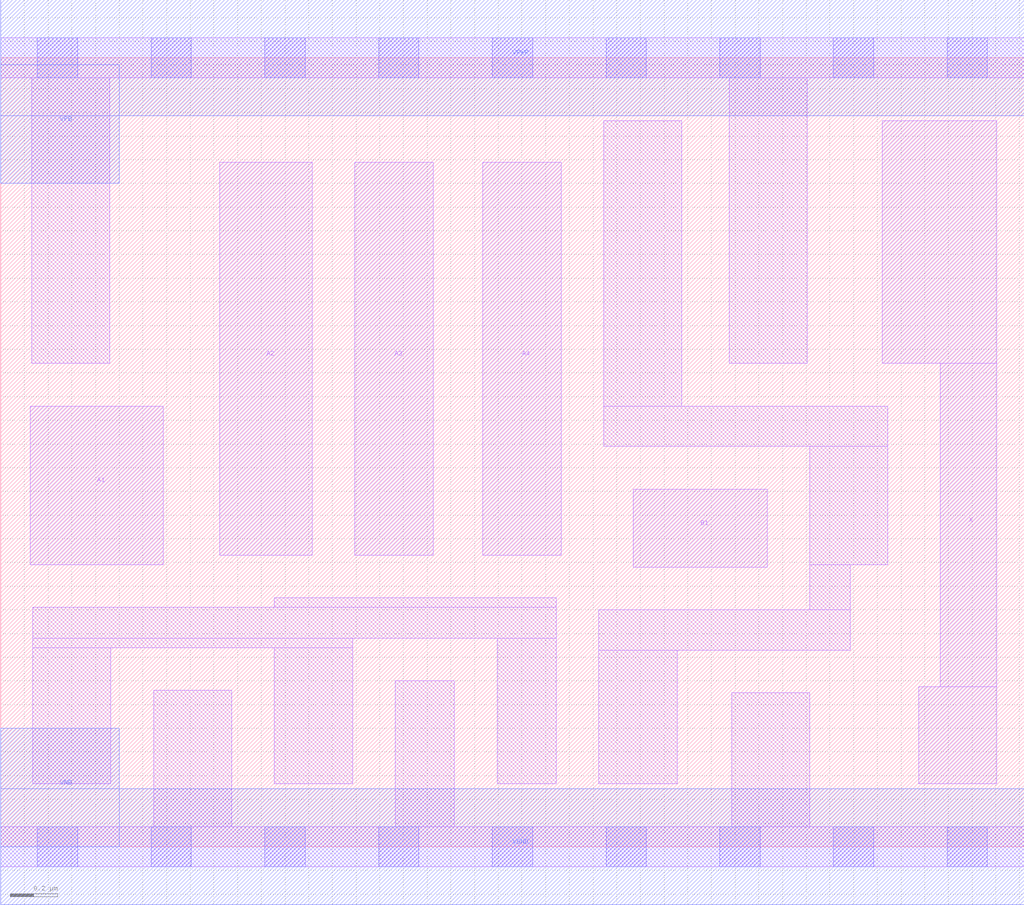
<source format=lef>
# Copyright 2020 The SkyWater PDK Authors
#
# Licensed under the Apache License, Version 2.0 (the "License");
# you may not use this file except in compliance with the License.
# You may obtain a copy of the License at
#
#     https://www.apache.org/licenses/LICENSE-2.0
#
# Unless required by applicable law or agreed to in writing, software
# distributed under the License is distributed on an "AS IS" BASIS,
# WITHOUT WARRANTIES OR CONDITIONS OF ANY KIND, either express or implied.
# See the License for the specific language governing permissions and
# limitations under the License.
#
# SPDX-License-Identifier: Apache-2.0

VERSION 5.5 ;
NAMESCASESENSITIVE ON ;
BUSBITCHARS "[]" ;
DIVIDERCHAR "/" ;
MACRO sky130_fd_sc_lp__o41a_lp
  CLASS CORE ;
  SOURCE USER ;
  ORIGIN  0.000000  0.000000 ;
  SIZE  4.320000 BY  3.330000 ;
  SYMMETRY X Y R90 ;
  SITE unit ;
  PIN A1
    ANTENNAGATEAREA  0.313000 ;
    DIRECTION INPUT ;
    USE SIGNAL ;
    PORT
      LAYER li1 ;
        RECT 0.125000 1.190000 0.685000 1.860000 ;
    END
  END A1
  PIN A2
    ANTENNAGATEAREA  0.313000 ;
    DIRECTION INPUT ;
    USE SIGNAL ;
    PORT
      LAYER li1 ;
        RECT 0.925000 1.230000 1.315000 2.890000 ;
    END
  END A2
  PIN A3
    ANTENNAGATEAREA  0.313000 ;
    DIRECTION INPUT ;
    USE SIGNAL ;
    PORT
      LAYER li1 ;
        RECT 1.495000 1.230000 1.825000 2.890000 ;
    END
  END A3
  PIN A4
    ANTENNAGATEAREA  0.313000 ;
    DIRECTION INPUT ;
    USE SIGNAL ;
    PORT
      LAYER li1 ;
        RECT 2.035000 1.230000 2.365000 2.890000 ;
    END
  END A4
  PIN B1
    ANTENNAGATEAREA  0.313000 ;
    DIRECTION INPUT ;
    USE SIGNAL ;
    PORT
      LAYER li1 ;
        RECT 2.670000 1.180000 3.235000 1.510000 ;
    END
  END B1
  PIN X
    ANTENNADIFFAREA  0.404700 ;
    DIRECTION OUTPUT ;
    USE SIGNAL ;
    PORT
      LAYER li1 ;
        RECT 3.720000 2.040000 4.205000 3.065000 ;
        RECT 3.875000 0.265000 4.205000 0.675000 ;
        RECT 3.965000 0.675000 4.205000 2.040000 ;
    END
  END X
  PIN VGND
    DIRECTION INOUT ;
    USE GROUND ;
    PORT
      LAYER met1 ;
        RECT 0.000000 -0.245000 4.320000 0.245000 ;
    END
  END VGND
  PIN VNB
    DIRECTION INOUT ;
    USE GROUND ;
    PORT
      LAYER met1 ;
        RECT 0.000000 0.000000 0.500000 0.500000 ;
    END
  END VNB
  PIN VPB
    DIRECTION INOUT ;
    USE POWER ;
    PORT
      LAYER met1 ;
        RECT 0.000000 2.800000 0.500000 3.300000 ;
    END
  END VPB
  PIN VPWR
    DIRECTION INOUT ;
    USE POWER ;
    PORT
      LAYER met1 ;
        RECT 0.000000 3.085000 4.320000 3.575000 ;
    END
  END VPWR
  OBS
    LAYER li1 ;
      RECT 0.000000 -0.085000 4.320000 0.085000 ;
      RECT 0.000000  3.245000 4.320000 3.415000 ;
      RECT 0.130000  2.040000 0.460000 3.245000 ;
      RECT 0.135000  0.265000 0.465000 0.840000 ;
      RECT 0.135000  0.840000 1.485000 0.880000 ;
      RECT 0.135000  0.880000 2.345000 1.010000 ;
      RECT 0.645000  0.085000 0.975000 0.660000 ;
      RECT 1.155000  0.265000 1.485000 0.840000 ;
      RECT 1.155000  1.010000 2.345000 1.050000 ;
      RECT 1.665000  0.085000 1.915000 0.700000 ;
      RECT 2.095000  0.265000 2.345000 0.880000 ;
      RECT 2.525000  0.265000 2.855000 0.830000 ;
      RECT 2.525000  0.830000 3.585000 1.000000 ;
      RECT 2.545000  1.690000 3.745000 1.860000 ;
      RECT 2.545000  1.860000 2.875000 3.065000 ;
      RECT 3.075000  2.040000 3.405000 3.245000 ;
      RECT 3.085000  0.085000 3.415000 0.650000 ;
      RECT 3.415000  1.000000 3.585000 1.190000 ;
      RECT 3.415000  1.190000 3.745000 1.690000 ;
    LAYER mcon ;
      RECT 0.155000 -0.085000 0.325000 0.085000 ;
      RECT 0.155000  3.245000 0.325000 3.415000 ;
      RECT 0.635000 -0.085000 0.805000 0.085000 ;
      RECT 0.635000  3.245000 0.805000 3.415000 ;
      RECT 1.115000 -0.085000 1.285000 0.085000 ;
      RECT 1.115000  3.245000 1.285000 3.415000 ;
      RECT 1.595000 -0.085000 1.765000 0.085000 ;
      RECT 1.595000  3.245000 1.765000 3.415000 ;
      RECT 2.075000 -0.085000 2.245000 0.085000 ;
      RECT 2.075000  3.245000 2.245000 3.415000 ;
      RECT 2.555000 -0.085000 2.725000 0.085000 ;
      RECT 2.555000  3.245000 2.725000 3.415000 ;
      RECT 3.035000 -0.085000 3.205000 0.085000 ;
      RECT 3.035000  3.245000 3.205000 3.415000 ;
      RECT 3.515000 -0.085000 3.685000 0.085000 ;
      RECT 3.515000  3.245000 3.685000 3.415000 ;
      RECT 3.995000 -0.085000 4.165000 0.085000 ;
      RECT 3.995000  3.245000 4.165000 3.415000 ;
  END
END sky130_fd_sc_lp__o41a_lp
END LIBRARY

</source>
